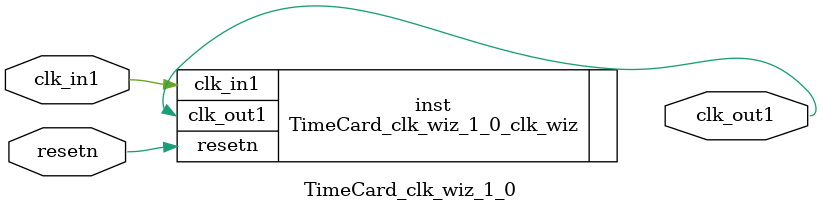
<source format=v>


`timescale 1ps/1ps

(* CORE_GENERATION_INFO = "TimeCard_clk_wiz_1_0,clk_wiz_v6_0_10_0_0,{component_name=TimeCard_clk_wiz_1_0,use_phase_alignment=true,use_min_o_jitter=false,use_max_i_jitter=false,use_dyn_phase_shift=false,use_inclk_switchover=false,use_dyn_reconfig=false,enable_axi=0,feedback_source=FDBK_AUTO,PRIMITIVE=MMCM,num_out_clk=1,clkin1_period=100.000,clkin2_period=10.0,use_power_down=false,use_reset=true,use_locked=false,use_inclk_stopped=false,feedback_type=SINGLE,CLOCK_MGR_TYPE=NA,manual_override=false}" *)

module TimeCard_clk_wiz_1_0 
 (
  // Clock out ports
  output        clk_out1,
  // Status and control signals
  input         resetn,
 // Clock in ports
  input         clk_in1
 );

  TimeCard_clk_wiz_1_0_clk_wiz inst
  (
  // Clock out ports  
  .clk_out1(clk_out1),
  // Status and control signals               
  .resetn(resetn), 
 // Clock in ports
  .clk_in1(clk_in1)
  );

endmodule

</source>
